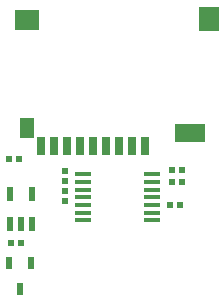
<source format=gbp>
G04*
G04 #@! TF.GenerationSoftware,Altium Limited,Altium Designer,20.2.6 (244)*
G04*
G04 Layer_Color=128*
%FSLAX44Y44*%
%MOMM*%
G71*
G04*
G04 #@! TF.SameCoordinates,B6B92F39-3B6A-451D-A712-2CEA1CBF15C8*
G04*
G04*
G04 #@! TF.FilePolarity,Positive*
G04*
G01*
G75*
%ADD32R,0.6000X1.1500*%
%ADD36R,0.5500X0.5300*%
%ADD43R,0.5500X0.5300*%
%ADD44R,0.5300X0.5500*%
%ADD86R,0.6000X1.1000*%
%ADD87R,0.7000X1.6000*%
%ADD88R,1.2000X1.8000*%
%ADD89R,2.5000X1.5000*%
%ADD90R,1.8000X2.0000*%
%ADD91R,2.0000X1.8000*%
%ADD92R,1.4750X0.4500*%
D32*
X27496Y-266703D02*
D03*
X17996D02*
D03*
X8496D02*
D03*
Y-240704D02*
D03*
X27496D02*
D03*
D36*
X154736Y-230526D02*
D03*
X146356D02*
D03*
X152958Y-250338D02*
D03*
X144578D02*
D03*
X154736Y-220879D02*
D03*
X146356D02*
D03*
X18157Y-282059D02*
D03*
X9777D02*
D03*
D43*
X16153Y-211197D02*
D03*
X7773D02*
D03*
D44*
X55313Y-221370D02*
D03*
Y-229750D02*
D03*
X55213Y-246874D02*
D03*
Y-238494D02*
D03*
D86*
X17465Y-321631D02*
D03*
X26965Y-299631D02*
D03*
X7965D02*
D03*
D87*
X123000Y-199990D02*
D03*
X112000D02*
D03*
X101000D02*
D03*
X90000D02*
D03*
X79000D02*
D03*
X68000D02*
D03*
X57000D02*
D03*
X46000D02*
D03*
X35000D02*
D03*
D88*
X23000Y-184990D02*
D03*
D89*
X161000Y-189520D02*
D03*
D90*
X177000Y-92910D02*
D03*
D91*
X23000Y-93910D02*
D03*
D92*
X129380Y-224234D02*
D03*
Y-230734D02*
D03*
Y-237234D02*
D03*
Y-243734D02*
D03*
Y-250234D02*
D03*
Y-256734D02*
D03*
Y-263234D02*
D03*
X70620D02*
D03*
Y-256734D02*
D03*
Y-250234D02*
D03*
Y-243734D02*
D03*
Y-237234D02*
D03*
Y-230734D02*
D03*
Y-224234D02*
D03*
M02*

</source>
